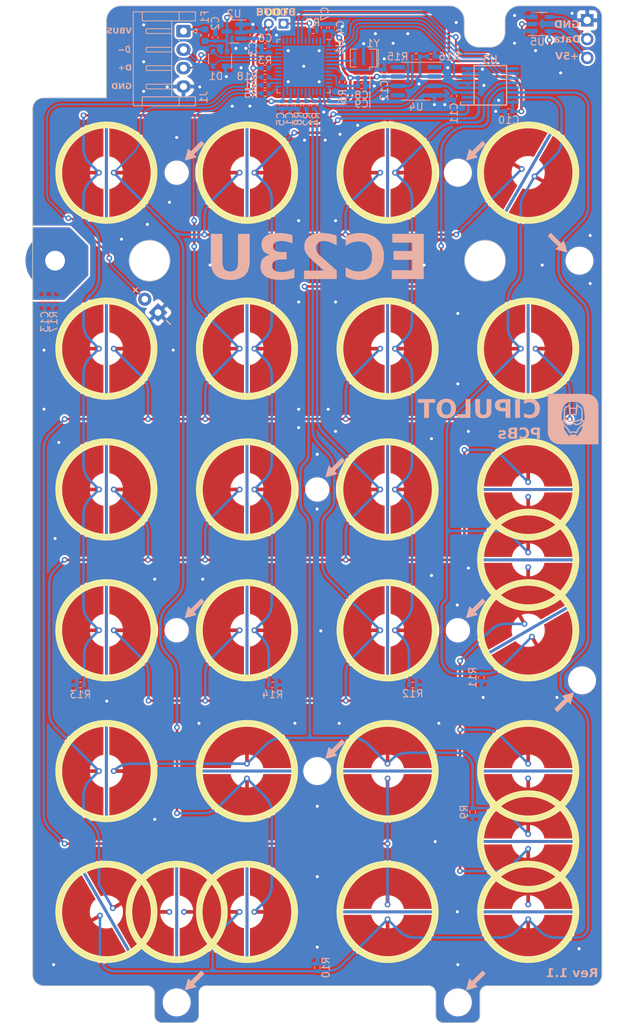
<source format=kicad_pcb>
(kicad_pcb
	(version 20240108)
	(generator "pcbnew")
	(generator_version "8.0")
	(general
		(thickness 1.6)
		(legacy_teardrops no)
	)
	(paper "A4")
	(title_block
		(title "EC23U")
		(date "2024-03-03")
		(rev "1.1")
		(company "LU.SV Solutions")
		(comment 1 "Cipulot PCB Design")
		(comment 2 "Cipulot")
		(comment 3 "CC-BY-NC-SA-4.0")
	)
	(layers
		(0 "F.Cu" signal)
		(31 "B.Cu" signal)
		(32 "B.Adhes" user "B.Adhesive")
		(33 "F.Adhes" user "F.Adhesive")
		(34 "B.Paste" user)
		(35 "F.Paste" user)
		(36 "B.SilkS" user "B.Silkscreen")
		(37 "F.SilkS" user "F.Silkscreen")
		(38 "B.Mask" user)
		(39 "F.Mask" user)
		(40 "Dwgs.User" user "User.Drawings")
		(41 "Cmts.User" user "User.Comments")
		(42 "Eco1.User" user "User.Eco1")
		(43 "Eco2.User" user "User.Eco2")
		(44 "Edge.Cuts" user)
		(45 "Margin" user)
		(46 "B.CrtYd" user "B.Courtyard")
		(47 "F.CrtYd" user "F.Courtyard")
		(48 "B.Fab" user)
		(49 "F.Fab" user)
		(50 "User.1" user)
		(51 "User.2" user)
		(52 "User.3" user)
		(53 "User.4" user)
		(54 "User.5" user)
		(55 "User.6" user)
		(56 "User.7" user)
		(57 "User.8" user)
		(58 "User.9" user)
	)
	(setup
		(stackup
			(layer "F.SilkS"
				(type "Top Silk Screen")
			)
			(layer "F.Paste"
				(type "Top Solder Paste")
			)
			(layer "F.Mask"
				(type "Top Solder Mask")
				(thickness 0.01)
			)
			(layer "F.Cu"
				(type "copper")
				(thickness 0.035)
			)
			(layer "dielectric 1"
				(type "core")
				(thickness 1.51)
				(material "FR4")
				(epsilon_r 4.5)
				(loss_tangent 0.02)
			)
			(layer "B.Cu"
				(type "copper")
				(thickness 0.035)
			)
			(layer "B.Mask"
				(type "Bottom Solder Mask")
				(thickness 0.01)
			)
			(layer "B.Paste"
				(type "Bottom Solder Paste")
			)
			(layer "B.SilkS"
				(type "Bottom Silk Screen")
			)
			(copper_finish "None")
			(dielectric_constraints no)
		)
		(pad_to_mask_clearance 0)
		(allow_soldermask_bridges_in_footprints no)
		(aux_axis_origin 88.79165 26.2333)
		(grid_origin 99.0954 49.0158)
		(pcbplotparams
			(layerselection 0x00010fc_ffffffff)
			(plot_on_all_layers_selection 0x0000000_00000000)
			(disableapertmacros no)
			(usegerberextensions no)
			(usegerberattributes no)
			(usegerberadvancedattributes no)
			(creategerberjobfile yes)
			(dashed_line_dash_ratio 12.000000)
			(dashed_line_gap_ratio 3.000000)
			(svgprecision 6)
			(plotframeref no)
			(viasonmask no)
			(mode 1)
			(useauxorigin no)
			(hpglpennumber 1)
			(hpglpenspeed 20)
			(hpglpendiameter 15.000000)
			(pdf_front_fp_property_popups yes)
			(pdf_back_fp_property_popups yes)
			(dxfpolygonmode yes)
			(dxfimperialunits yes)
			(dxfusepcbnewfont yes)
			(psnegative no)
			(psa4output no)
			(plotreference yes)
			(plotvalue yes)
			(plotfptext yes)
			(plotinvisibletext no)
			(sketchpadsonfab no)
			(subtractmaskfromsilk yes)
			(outputformat 1)
			(mirror no)
			(drillshape 0)
			(scaleselection 1)
			(outputdirectory "GERBER-EC23U")
		)
	)
	(net 0 "")
	(net 1 "Net-(U1-VCAP1)")
	(net 2 "Net-(D2-A)")
	(net 3 "Net-(U1-PB13)")
	(net 4 "Net-(U1-PB0)")
	(net 5 "Net-(U1-PA10)")
	(net 6 "Net-(U1-PA7)")
	(net 7 "Net-(U1-PB12)")
	(net 8 "Net-(U4-IN-)")
	(net 9 "unconnected-(U1-PA0-Pad10)")
	(net 10 "unconnected-(U1-PA1-Pad11)")
	(net 11 "unconnected-(U1-PA4-Pad14)")
	(net 12 "unconnected-(U1-PA5-Pad15)")
	(net 13 "unconnected-(U1-PA6-Pad16)")
	(net 14 "unconnected-(U1-PB1-Pad19)")
	(net 15 "XTAL1")
	(net 16 "XTAL0")
	(net 17 "VBUS")
	(net 18 "VBAT")
	(net 19 "STROBE_3")
	(net 20 "STROBE_2")
	(net 21 "STROBE_1")
	(net 22 "STROBE_0")
	(net 23 "SENSE_5")
	(net 24 "SENSE_4")
	(net 25 "SENSE_3")
	(net 26 "SENSE_2")
	(net 27 "SENSE_1")
	(net 28 "SENSE_0")
	(net 29 "unconnected-(U1-PB10-Pad21)")
	(net 30 "unconnected-(U1-PB15-Pad28)")
	(net 31 "unconnected-(U1-PA8-Pad29)")
	(net 32 "unconnected-(U1-PA9-Pad30)")
	(net 33 "unconnected-(U1-PA13-Pad34)")
	(net 34 "unconnected-(U1-PA14-Pad37)")
	(net 35 "unconnected-(U1-PA15-Pad38)")
	(net 36 "NRST")
	(net 37 "LED_5V")
	(net 38 "LED_3V3")
	(net 39 "GNDPWR")
	(net 40 "GND")
	(net 41 "D-")
	(net 42 "D+")
	(net 43 "BOOT1")
	(net 44 "BOOT0")
	(net 45 "APLEX_OUT_PIN")
	(net 46 "APLEX_EN_PIN")
	(net 47 "AMUX_SEL_2")
	(net 48 "AMUX_SEL_1")
	(net 49 "AMUX_SEL_0")
	(net 50 "ADC")
	(net 51 "+5V")
	(net 52 "unconnected-(U1-PB3-Pad39)")
	(net 53 "unconnected-(U1-PB4-Pad40)")
	(net 54 "unconnected-(U1-PB7-Pad43)")
	(net 55 "unconnected-(U1-PB8-Pad45)")
	(net 56 "unconnected-(U1-PB9-Pad46)")
	(net 57 "Num_Lock_Led")
	(footprint "cipulot_parts:HOLE_M2_RF" (layer "F.Cu") (at 127.6704 129.9783))
	(footprint "Connector_PinHeader_2.00mm:PinHeader_1x02_P2.00mm_Vertical" (layer "F.Cu") (at 123.0979 28.85205 -90))
	(footprint "cipulot_parts:HOLE_M2_RF" (layer "F.Cu") (at 146.7204 49.0158))
	(footprint "cipulot_parts:ecs_pad_2U_no_ring" (layer "F.Cu") (at 156.2454 139.5033 -90))
	(footprint "cipulot_parts:HOLE_M2_RF" (layer "F.Cu") (at 163.1954 60.92205 90))
	(footprint "cipulot_parts:ecs_pad_1U_no_ring" (layer "F.Cu") (at 118.1454 149.0283))
	(footprint "cipulot_parts:HOLE_M2_RF" (layer "F.Cu") (at 163.5454 117.7033 180))
	(footprint "cipulot_parts:ecs_pad_1U_no_ring" (layer "F.Cu") (at 118.1454 72.8283 180))
	(footprint "cipulot_parts:ecs_pad_1U_no_ring" (layer "F.Cu") (at 156.2454 72.8283))
	(footprint "cipulot_parts:ecs_pad_1U_no_ring" (layer "F.Cu") (at 137.1954 129.9783 -90))
	(footprint "cipulot_parts:ecs_pad_1U_no_ring" (layer "F.Cu") (at 99.0954 49.0158))
	(footprint "cipulot_parts:ecs_pad_1U_no_ring" (layer "F.Cu") (at 118.1454 91.8783 180))
	(footprint "cipulot_parts:ecs_pad_1U_no_ring" (layer "F.Cu") (at 137.1954 72.8283 180))
	(footprint "cipulot_parts:ecs_pad_1U_no_ring" (layer "F.Cu") (at 137.1954 91.8783 180))
	(footprint "cipulot_parts:HOLE_M2_RF" (layer "F.Cu") (at 108.6204 110.9283))
	(footprint "cipulot_parts:ecs_pad_1U_no_ring"
		(layer "F.Cu")
		(uuid "57fd65bd-7a77-4541-bf32-09313397ba78")
		(at 156.2454 149.0283 90)
		(descr " StepUp generated footprint")
		(property "Reference" "SW27"
			(at -8 6 180)
			(layer "Dwgs.User")
			(uuid "e5666552-b808-4251-bb9f-6dccaef218de")
			(effects
				(font
					(size 0.8 0.8)
					(thickness 0.12)
				)
			)
		)
		(property "Value" "EC_SW"
			(at -4.9 -5.6 90)
			(layer "F.SilkS")
			(hide yes)
			(uuid "eafedffa-cdc2-4298-9655-35b47dd71ef2")
			(effects
				(font
					(size 0.8 0.8)
					(thickness 0.12)
				)
			)
		)
		(property "Footprint" ""
			(at 0 0 90)
			(unlocked yes)
			(layer "F.Fab")
			(hide yes)
			(uuid "a63427eb-571a-4af5-a72b-98b19575b375")
			(effects
				(font
					(size 1.27 1.27)
				)
			)
		)
		(property "Datasheet" ""
			(at 0 0 90)
			(unlocked yes)
			(layer "F.Fab")
			(hide yes)
			(uuid "442f6acc-5483-4ac9-abbd-8585075239d1")
			(effects
				(font
					(size 1.27 1.27)
				)
			)
		)
		(property "Description" ""
			(at 0 0 90)
			(unlocked yes)
			(layer "F.Fab")
			(hide yes)
			(uuid "127afaaf-0bdb-457f-a544-81d62202e58b")
			(effects
				(font
					(size 1.27 1.27)
				)
			)
		)
		(path "/7112d2ae-7915-4f1a-aae6-e71244f669d8/b084a1a3-6a56-4b3a-a67b-6c72f8b25e01")
		(sheetname "matrix")
		(sheetfile "matrix.kicad_sch")
		(attr smd exclude_from_pos_files exclude_from_bom)
		(fp_circle
			(center 0 0)
			(end 6.467 0)
			(stroke
				(width 0.9)
				(type solid)
			)
			(fill none)
			(layer "F.SilkS")
			(uuid "d6fb6664-b676-4239-829d-ffe23352f00b")
		)
		(fp_line
			(start -6.3 -9.1)
			(end 6.3 -9.1)
			(stroke
				(width 0.1)
				(type solid)
			)
			(layer "Dwgs.User")
			(uuid "d93dac00-dafa-4194-8d06-8098befdeb43")
		)
		(fp_line
			(start 5.97 -7)
			(end 7.3 -5.67)
			(stroke
				(width 0.1)
				(type solid)
			)
			(layer "Dwgs.User")
			(uuid "4bd1c1de-8f5b-4300-b83d-ec9ac12d141a")
		)
		(fp_line
			(start -5.97 -7)
			(end 5.97 -7)
			(stroke
				(width 0.1)
				(type solid)
			)
			(layer "Dwgs.User")
			(uuid "681b17e3-bc32-453f-a552-e92d598df9da")
		)
		(fp_line
			(start 9.3 -6.1)
			(end 9.3 -2.804622)
			(stroke
				(width 0.1)
				(type solid)
			)
			(layer "Dwgs.User")
			(uuid "68d067f5-2a35-406b-bda4-75ec49ad6537")
		)
		(fp_line
			(start 7.3 -5.67)
			(end 7.3 5.67)
			(stroke
				(width 0.1)
				(type solid)
			)
			(layer "Dwgs.User")
			(uuid "1674dbe3-1a73-424c-8c35-e88ba9374dc7")
		)
		(fp_line
			(start -7.3 -5.67)
			(end -5.97 -7)
			(stroke
				(width 0.1)
				(type solid)
			)
			(layer "Dwgs.User")
			(uuid "a94616ca-6b8f-4e4c-b466-d62e2bc589e6")
		)
		(fp_line
			(start 9.3 -2.804622)
			(end 9.3 -1.4)
			(stroke
				(width 0.1)
				(type solid)
			)
			(layer "Dwgs.User")
			(uuid "d4ea5028-d40d-4dab-ad65-3ba77ffbf6ea")
		)
		(fp_line
			(start -9.3 -2.804622)
			(end -9.3 -6.1)
			(stroke
				(width 0.1)
				(type solid)
			)
			(layer "Dwgs.User")
			(uuid "dbe6d026-9f9a-4a76-a688-55066c6e9699")
		)
		(fp_line
			(start 9.3 -1.4)
			(end 8.824333 -1.110619)
			(stroke
				(width 0.1)
				(type solid)
			)
			(layer "Dwgs.User")
			(uuid "92cd4bf6-fcbb-49de-aa8b-c1135fdafc94")
		)
		(fp_line
			(start -9.3 -1.4)
			(end -9.3 -2.804622)
			(stroke
				(width 0.1)
				(type solid)
			)
			(layer "Dwgs.User")
			(uuid "c65a6e81-27dd-48f3-b1de-636a71eb69ac")
		)
		(fp_line
			(start -8.824333 -1.110619)
			(end -9.3 -1.4)
			(stroke
				(width 0.1)
				(type solid)
			)
			(layer "Dwgs.User")
			(uuid "238f7997-5381-45fe-927a-133be9d8d7f9")
		)
		(fp_line
			(start 8.824333 1.110619)
			(end 9.3 1.4)
			(stroke
				(width 0.1)
				(type solid)
			)
			(layer "Dwgs.User")
			(uuid "8a4b355c-00bf-41d8-8aea-3003d66be379")
		)
		(fp_line
			(start 9.3 1.4)
			(end 9.3 2.804622)
			(stroke
				(width 0.1)
				(type solid)
			)
			(layer "Dwgs.User")
			(uuid "3343522d-9d42-4cf8-94c9-3cdd581b4317")
		)
		(fp_line
			(start -9.3 1.4)
			(end -8.824333 1.110619)
			(stroke
				(width 0.1)
				(type solid)
			)
			(layer "Dwgs.User")
			(uuid "0fb6d55a-933b-4422-b3a9-59e2d9c119fb")
		)
		(fp_line
			(start 9.3 2.804622)
			(end 9.3 6.1)
			(stroke
				(width 0.1)
				(type solid)
			)
			(layer "Dwgs.User")
			(uuid "37fc2429-1bfe-48ba-a4a7-3d9bcf2f3a06")
		)
		(fp_line
			(start -9.3 2.804622)
			(end -9.3 1.4)
			(stroke
				(width 0.1)
				(type solid)
			)
			(layer "Dwgs.User")
			(uuid "fbefe0f9-1a57-4904-90e0-ca11689eb9b9")
		)
		(fp_line
			(start 7.3 5.67)
			(end 5.97 7)
			(stroke
				(width 0.1)
				(type solid)
			)
			(layer "Dwgs.User")
			(uuid "9b5c4ad2-7309-48de-a22e-350b8e9f8998")
		)
		(fp_line
			(start -7.3 5.67)
			(end -7.3 -5.67)
			(stroke
				(width 0.1)
				(type solid)
			)
			(layer "Dwgs.User")
			(uuid "9dc33a5f-7087-4cd3-9ac8-4e27eb148ae7")
		)
		(fp_line
			(start -7.3 5.67)
			(end -5.97 7)
			(stroke
				(width 0.1)
				(type solid)
			)
			(layer "Dwgs.User")
			(uuid "667bcab3-73d8-4bc7-8286-7718d4d04e25")
		)
		(fp_line
			(start -9.3 6.1)
			(end -9.3 2.804622)
			(stroke
				(width 0.1)
				(type solid)
			)
			(layer "Dwgs.User")
			(uuid "3bf6110e-bab0-484a-882f-2630b0ae0b08")
		)
		(fp_line
			(start 5.97 7)
			(end -5.97 7)
			(stroke
				(width 0.1)
				(type solid)
			)
			(layer "Dwgs.User")
			(uuid "ef2a22b9-8b95-46a9-9524-f2468814583e")
		)
		(fp_line
			(start -5.97 7)
			(end -7.3 5.67)
			(stroke
				(width 0.1)
				(type solid)
			)
			(layer "Dwgs.User")
			(uuid "238d8314-b8b2-44f2-a539-140ab0c872cd")
		)
		(fp_line
			(start 6.3 9.1)
			(end -6.3 9.1)
			(stroke
				(width 0.1)
				(type solid)
			)
			(layer "Dwgs.User")
			(uuid "14b8c874-424a-4278-920b-3f6122c850aa")
		)
		(fp_arc
			(start 6.3 -9.1)
			(mid 8.42132 -8.22132)
			(end 9.3 -6.1)
			(stroke
				(width 0.1)
				(type solid)
			)
			(layer "Dwgs.User")
			(uuid "25c23d8a-a77d-49d9-96bc-3662dc5cc01b")
		)
		(fp_arc
			(start -9.3 -6.1)
			(mid -8.42132 -8.22132)
			(end -6.3 -9.1)
			(stroke
				(width 0.1)
				(type solid)
			)
			(layer "Dwgs.User")
			(uuid "09fd07a7-c437-4fa0-9044-de652378af72")
		)
		(fp_arc
			(start -8.824333 -1.110619)
			(mid -8.2 0)
			(end -8.824333 1.110619)
			(stroke
				(width 0.1)
				(type solid)
			)
			(layer "Dwgs.User")
			(uuid "bbe5e7ec-a619-40b7-b98e-72490960e345")
		)
		(fp_arc
			(start 8.824333 1.110619)
			(mid 8.2 0)
			(end 8.824333 -1.110619)
			(stroke
				(width 0.1)
				(type solid)
			)
			(layer "Dwgs.User")
			(uuid "7d0ea9b9-1431-4ed0-9a18-f8004d632849")
		)
		(fp_arc
			(start 9.3 6.1)
			(mid 8.42132 8.22132)
			(end 6.3 9.1)
			(stroke
				(width 0.1)
				(type solid)
			)
			(layer "Dwgs.User")
			(uuid "f5844471-2aea-46a5-a47e-5654c1211ced")
		)
		(fp_arc
			(start -6.3 9.1)
			(mid -8.42132 8.22132)
			(end -9.3 6.1)
			(stroke
				(width 0.1)
				(type solid)
			)
			(layer "Dwgs.User")
			(uuid "166dbf45-8eb8-4615-a15e-c4fda8bf58e4")
		)
		(fp_text user "${REFERENCE}"
			(at 0 -2.5 90)
			(layer "F.Fab")
			(uuid "e08078ec-635e-4a8b-88f2-329ad9eb9a18")
			(effects
				(font
					(size 0.8 0.8)
					(thickness 0.12)
				)
			)
		)
		(pad "1" smd custom
			(at -1 0 90)
			(size 0.4 0.4)
			(layers "F.Cu")
			(net 23 "SENSE_5")
			(pinfunction "1")
			(pintype "passive")
			(zone_connect 0)
			(options
				(clearance outline)
				(anchor circle)
			)
			(primitives
				(gr_poly
					(pts
						(xy 0.6 -2.214159) (xy 0.320477 -2.144936) (xy 0.052085 -2.040578) (xy -0.20078 -1.902795) (xy -0.433976 -1.733843)
						(xy -0.643683 -1.536492) (xy -0.826466 -1.313972) (xy -0.979332 -1.069928) (xy -1.099775 -0.80836)
						(xy -1.185824 -0.53355) (xy -1.236068 -0.25) (xy 0 -0.25) (xy 0.095671 -0.23097) (xy 0.176777 -0.176777)
						(xy 0.23097 -0.095671) (xy 0.25 0) (xy 0.23097 0.095671) (xy 0.176777 0.176777) (xy 0.095671 0.23097)
						(xy 0 0.25) (xy -1.236068 0.25) (xy -1.185824 0.53355) (xy -1.099775 0.80836) (xy -0.979332 1.069928)
						(xy -0.826466 1.313972) (xy -0.643683 1.536492) (xy -0.433976 1.733843) (xy -0.20078 1.902795)
						(xy 0.052085 2.040578) (xy 0.320477 2.144936) (xy 0.6 2.214159) (xy 0.6 5.986652) (xy 0.115133 5.934392)
						(xy -0.363889 5.842928) (xy -0.8339 5.712864) (xy -1.291796 5.545058) (xy -1.734552 5.34062) (xy -2.159242 5.100901)
						(xy -2.563061 4.827483) (xy -2.943342 4.522174) (xy -3.297572 4.186989) (xy -3.62341 3.824144)
						(xy -3.918705 3.436035) (xy -4.181506 3.025227) (xy -4.410075 2.594434) (xy -4.602904 2.1465)
						(xy -4.758719 1.684386) (xy -4.876489 1.211145) (xy -4.955438 0.729902) (xy -4.995043 0.243838)
						(xy -4.995043 -0.243838) (xy -4.955438 -0.729902) (xy -4.876489 -1.211145) (xy -4.758719 -1.684386)
						(xy -4.602904 -2.1465) (xy -4.410075 -2.594434) (xy -4.181506 -3.025227) (xy -3.918705 -3.436035)
						(xy -3.62341 -3.824144) (xy -3.297572 -4.186989) (xy -2.943342 -4.522174) (xy -2.563061 -4.827483)
						(xy -2.159242 -5.100901) (xy -1.734552 -5.34062) (xy -1.291796 -5.545058) (xy -0.8339 -5.712864)
						(xy -0.363889 -5.842928) (xy 0.115133 -5.934392) (xy 0.6 -5.986652)
					)
					(width 0)
					(fill yes)
				)
			)
			(uuid "54d4e485-3d06-44ad-b0a8-d73699b2a932")
		)
		(pad "1" thru_hole circle
			(at -1 0 90)
			(size 0.8 0.8)
			(drill 0.4)
			(layers "*.Cu")
			(remove_unused_layers no)
			(net 23 "SENSE_5")
			(pinfunction "1")
			(pintype "passive")
			(uuid "391f3191-8dbd-4adb-be4a-2e53a711920e")
		)
		(pad "2" smd custom
			(at 1 0 270)
			(size 0.4 0.4)
			(layers "F.Cu")
			(net 19 "STROBE_3")
			(pinfunction "2")
			(pintype "passive")
			(zone_connect 0)
			(options
				(clearance outline)
				(anchor circle)
			)
			(primitives
				(gr_poly
					(pts
						(xy 0.6 -2.214159) (xy 0.320477 -2.144936) (xy 0.052085 -2.040578) (xy -0.20078 -1.902795) (xy -0.433976 -1.733843)
						(xy -0.643683 -1.536492) (xy -0.826466 -1.313972) (xy -0.979332 -1.069928) (xy -1.099775 -0.80836)
						(xy -1.185824 -0.53355) (xy -1.236068 -0.25) (xy 0 -0.25) (xy 0.095671 -0.23097) (xy 0.176777 -0.176777)
						(xy 0.23097 -0.095671) (xy 0.25 0) (xy 0.23097 0.095671) (xy 0.176777 0.176777) (xy 0.095671 0.23097)
						(xy 0 0.25) (xy -1.236068 0.25) (xy -1.185824 0.53355) (xy -1.099775 0.80836) (xy -0.979332 1.069928)
						(xy -0.826466 1.313972) (xy -0.643683 1.536492) (xy -0.433976 1.733843) (xy -0.20078 1.902795)
						(xy 0.052085 2.040578) (xy 0.320477 2.144936) (xy 0.6 2.214159) (xy 0.6 5.986652) (xy 0.115133 5.934392)
						(xy -0.363889 5.842928) (xy -0.8339 5.712864) (xy -1.291796 5.545058) (xy -1.734552 5.34062) (xy -2.159242 5.100901)
						(xy -2.563061 4.827483) (xy -2.943342 4.522174) (xy -3.297572 4.186989) (xy -3.62341 3.824144)
						(xy -3.918705 3.436035) (xy -4.181506 3.025227) (xy -4.410075 2.594434) (xy -4.602904 2.1465)
						(xy -4.758719 1.684386) (xy -4.876489 1.211145) (xy -4.955438 0.729902) (xy -4.995043 0.243838)
						(xy -4.995043 -0.243838) (xy -4.955438 -0.729902) (xy -4.876489 -1.211145) (xy -4.758719 -1.684386)
						(xy -4.602904 -2.1465) (xy -4.410075 -2.594434) (xy -4.181506 -3.025227) (xy -3.918705 -3.436035)
						(xy -3.62341 -3.824144) (xy -3.297572 -4.186989) (xy -2.943342 -4.522174) (xy -2.563061 -4.827483)
						(xy -2.159242 -5.100901) (xy -1.734552 -5.34062) (xy -1.291796 -5.545058) (xy -0.8339 -5.712864)
						(xy -0.363889 -5.842928) (xy 0.115133 -5.934392) (xy 0.6 -5.986652)
					)
					(width 0)
					(fill yes)
				)
			)
			(uuid "2511d873-a80b-4ea9-929f-c6d5a1a0b10b")
		)
		(pad "2" thru_hole circle
			(at 1 0 90)
			(size 0.8 0.8)
			(drill 0.4)
			(layers "*.Cu")
			(remove_unused_layers no)
			(net 19 "STROBE_3")
			(pinfunction "2")
			(pintype "passive")
			(uuid "cbfb9b6b-16be-4982-b817-15a5af248e97")
		)
		(pad "3" smd custom
			(at 0 0 90)
			(size 0.4 0.4)
			(layers "F.Cu")
			(net 40 "GND")
			(pinfunction "SG")
			(pintype "input")
			(zone_connect 2)
			(thermal_bridge_angle 45)
			(options
				(clearance convexhull)
				(anchor rect)
			)
			(primitives
				(gr_line
					(start 0 -7)
					(end 0 7)
					(width 0.4)
				)
			)
			(uuid "1b160c86-f481-4089-b6f7-4513e019fecc")
		)
		(pad "3" smd custom
			(at 0 0 90)
			(size 0.4 0.4)
			(layers "B.Cu")
			(net 40 "GND")
			(pinfunction "SG")
			(pintype "input")
			(zone_connect 2)
			(thermal_bridge_angle 45)
			(options
				(clearance convexhull)
				(anchor rect)
			)
			(primitives
				(gr_line
					(start 0 -6.5)
					(end 0 6.5)
					(width 0.4)
				)
			)
			(uuid "8c2e253a-e2f5-4885-bea3-7c6895a79e39")
		)
		(zone
			(net 0)
			(net_name "")
			(layer "F.Cu")
			(uuid "d0c114d5-8f85-4a3b-9466-3fb13761f74c")
			(hatch edge 0.508)
			(connect_pads
				(clearance 0)
			)
			(min_thickness 0.254)
			(filled_areas_thickness no)
			(keepout
				(tracks allowed)
				(vias allowed)
				(pads allowed)
				(copperpour not_allowed)
				(footprints allowed)
			)
			(fill
				(thermal_gap 0.508)
				(thermal_bridge_width 0.508)
			)
			(polygon
				(pts
					(xy 156.2454 142.023395) (xy 155.732373 142.042207) (xy 155.222102 142.098541) (xy 154.717327 142.192096)
					(xy 154.22076 142.322368) (xy 153.735067 142.488658) (xy 153.262857 142.690072) (xy 152.806666 142.92553)
					(xy 152.368945 143.193766) (
... [1477922 chars truncated]
</source>
